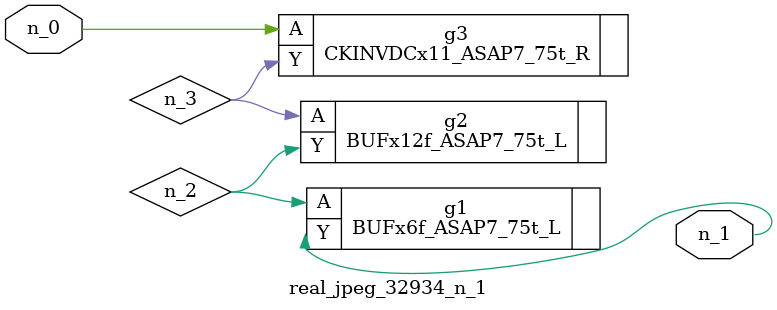
<source format=v>
module real_jpeg_32934_n_1 (n_0, n_1);

input n_0;

output n_1;

wire n_3;
wire n_2;

CKINVDCx11_ASAP7_75t_R g3 ( 
.A(n_0),
.Y(n_3)
);

BUFx6f_ASAP7_75t_L g1 ( 
.A(n_2),
.Y(n_1)
);

BUFx12f_ASAP7_75t_L g2 ( 
.A(n_3),
.Y(n_2)
);


endmodule
</source>
